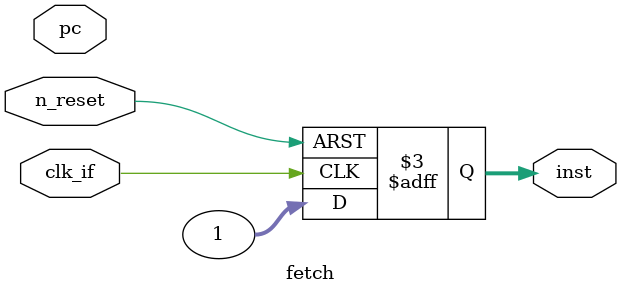
<source format=v>
module fetch(clk_if, n_reset, pc, inst);
	input wire clk_if;
	input wire n_reset;
	
	input wire pc;
	
	output reg [31:0] inst;
	
	always @ (posedge clk_if or negedge n_reset) begin
		if(n_reset == 1'b0) begin
			inst <= 32'b0;
			$display("fetch: reset");
		end else begin
			inst <= 32'h00000001;
			$display("fetch: fetch instruction, inst = %d", inst);
		end
	end
endmodule

</source>
